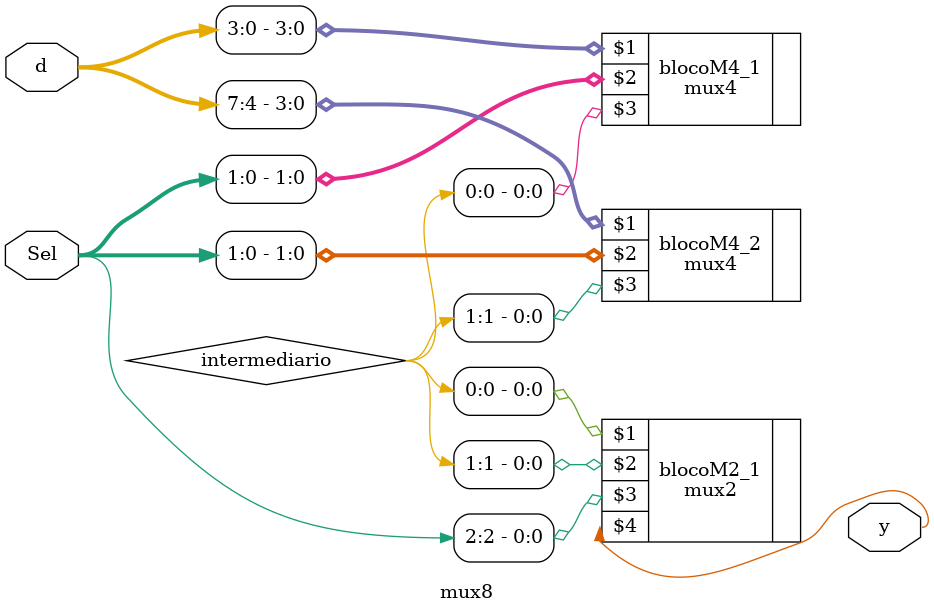
<source format=sv>
module mux8 (d, Sel, y);

	input logic [7:0] d;    
	input logic [2:0] Sel;
	logic [1:0]intermediario;
	output logic y;

mux4 blocoM4_1(d[3:0],Sel[1:0], intermediario[0]);
mux4 blocoM4_2(d[7:4],Sel[1:0], intermediario [1]);
mux2 blocoM2_1 (intermediario[0],intermediario[1], Sel[2], y);

endmodule


</source>
